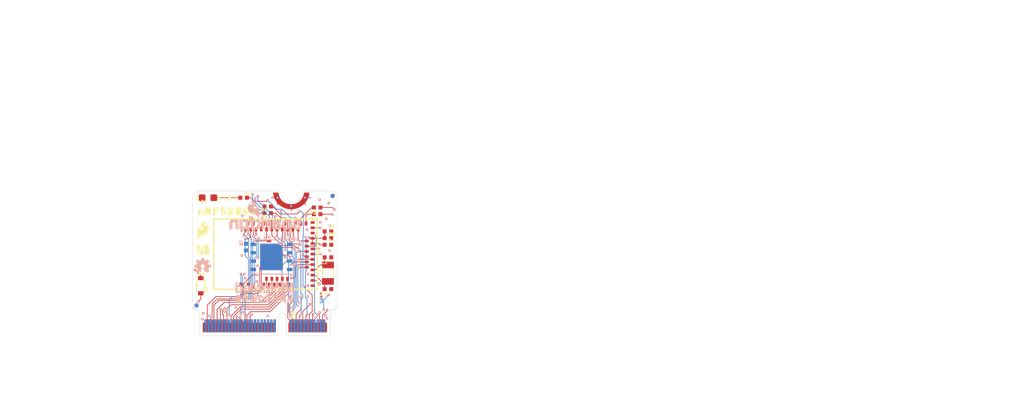
<source format=kicad_pcb>
(kicad_pcb (version 20211014) (generator pcbnew)
  (layers (0 "F.Cu" signal) (1 "In1.Cu" signal) (2 "In2.Cu" signal) (31 "B.Cu" signal) (34 "B.Paste" user) (35 "F.Paste" user) (36 "B.SilkS" user "B.Silkscreen") (37 "F.SilkS" user "F.Silkscreen") (38 "B.Mask" user) (39 "F.Mask" user) (44 "Edge.Cuts" user))
  (net 0 "")
  (net 1 "3.3V")
  (net 2 "GND")
  (net 3 "SWDIO")
  (net 4 "SWDCK")
  (net 5 "SPI_SCK")
  (net 6 "SPI_COPI")
  (net 7 "TX1")
  (net 8 "RX1")
  (net 9 "SCL")
  (net 10 "SDA")
  (net 11 "SPI_SCK1/SDIO_CLK")
  (net 12 "SPI_CIPO1/SDIO_DATA0")
  (net 13 "SPI_~{CS1}/SDIO_DATA3")
  (net 14 "LED_BUILTIN")
  (net 15 "SDIO_DATA1")
  (net 16 "SDIO_DATA2")
  (net 17 "SPI_CIPO")
  (net 18 "GPIO5")
  (net 19 "GPIO7")
  (net 20 "GPIO6")
  (net 21 "N$2")
  (net 22 "USB_D-")
  (net 23 "USB_D+")
  (net 24 "GPIO3")
  (net 25 "GPIO2")
  (net 26 "GPIO4")
  (net 27 "N$1")
  (net 28 "N$3")
  (net 29 "N$4")
  (net 30 "GPIO9/NFC1")
  (net 31 "GPIO10/NFC2")
  (net 32 "TX2")
  (net 33 "FLASH_~{CS}")
  (net 34 "~{RESET}")
  (net 35 "~{BOOT}")
  (net 36 "I2C_~{INT}")
  (net 37 "PDM_DATA")
  (net 38 "PDM_CLK")
  (net 39 "BATT_VIN/3")
  (net 40 "ADC0")
  (net 41 "ADC1")
  (net 42 "D0")
  (net 43 "D1")
  (net 44 "PWM0")
  (net 45 "PWM1")
  (net 46 "SCL1")
  (net 47 "SDA1")
  (net 48 "GPIO0")
  (net 49 "GPIO1")
  (net 50 "CTS1")
  (net 51 "RTS1")
  (net 52 "SPI_~{CS}")
  (net 53 "RX2")
  (net 54 "N$6")
  (net 55 "V_USB")
  (net 56 "SPI_COPI1/SDIO_CMD")
  (net 57 "N$5")
  (net 58 "3.3V_EN")
  (net 59 "GPIO8")
  (footprint "boardEagle:0402-TIGHT" (layer "F.Cu") (at 145.2791 95.0034)
    (fp_text reference "R1")
    (fp_text value "1k")
  )
  (footprint "boardEagle:0402-TIGHT" (layer "F.Cu") (at 148.9311 97.3514 180)
    (fp_text reference "R5")
    (fp_text value "10k")
  )
  (footprint "boardEagle:M.2-CARD-E-22" (layer "F.Cu") (at 148.5011 116.0034)
    (fp_text reference "J1" hide)
    (fp_text value "MICROMOD-2222" hide)
  )
  (footprint "boardEagle:0402-TIGHT" (layer "F.Cu") (at 156.4391 97.5094 180)
    (fp_text reference "R3")
    (fp_text value "27OHM" hide)
  )
  (footprint "boardEagle:NRF528400" (layer "F.Cu") (at 142.8351 97.0804)
    (fp_text reference "U$6" hide)
    (fp_text value "" hide)
  )
  (footprint "boardEagle:0402-TIGHT" (layer "F.Cu") (at 148.9311 96.3354 180)
    (fp_text reference "R4")
    (fp_text value "10k")
  )
  (footprint "boardEagle:CRYSTAL-SMD-3.2X1.5MM" (layer "F.Cu") (at 158.0751 106.4784 90)
    (fp_text reference "Y1")
    (fp_text value "32.768kHz")
  )
  (footprint "boardEagle:SOD-323" (layer "F.Cu") (at 138.7711 108.3834 -90)
    (fp_text reference "D2")
    (fp_text value "1A/23V/620mV")
  )
  (footprint "boardEagle:0402-TIGHT" (layer "F.Cu") (at 158.0751 104.0654 180)
    (fp_text reference "C2")
    (fp_text value "15pF")
  )
  (footprint "boardEagle:0402-TIGHT" (layer "F.Cu") (at 158.0751 102.1604)
    (fp_text reference "C4")
    (fp_text value "10uF")
  )
  (footprint "boardEagle:MICROMOD_MI_LOGO_.35" (layer "F.Cu") (at 139.0501 102.9244)
    (fp_text reference "U$1" hide)
    (fp_text value "" hide)
  )
  (footprint "boardEagle:FIDUCIAL-MICRO" (layer "F.Cu") (at 138.1201 111.3844)
    (fp_text reference "FD1" hide)
    (fp_text value "FIDUCIALUFIDUCIAL" hide)
  )
  (footprint "boardEagle:CREATIVE_COMMONS" (layer "F.Cu") (at 128.6111 124.8934)
    (fp_text reference "FRAME1" hide)
    (fp_text value "FRAME-LEDGER" hide)
  )
  (footprint "boardEagle:0402-TIGHT" (layer "F.Cu") (at 158.0751 100.1284)
    (fp_text reference "C6")
    (fp_text value "0.1uF")
  )
  (footprint "boardEagle:SFE_LOGO_FLAME_.1" (layer "F.Cu") (at 139.1001 99.9714)
    (fp_text reference "LOGO2" hide)
    (fp_text value "SFE_LOGO_FLAME.1_INCH" hide)
  )
  (footprint "boardEagle:LED-0603" (layer "F.Cu") (at 139.8661 95.0034 180)
    (fp_text reference "D1")
    (fp_text value "BLUE")
  )
  (footprint "boardEagle:MDBT50Q" (layer "F.Cu") (at 148.5011 103.5734 90)
    (fp_text reference "U2")
    (fp_text value "MDBT50Q")
  )
  (footprint "boardEagle:0402-TIGHT" (layer "F.Cu") (at 156.4391 96.4934 180)
    (fp_text reference "R2")
    (fp_text value "27OHM" hide)
  )
  (footprint "boardEagle:ORDERING_INSTRUCTIONS" (layer "F.Cu") (at 162.0411 65.2034)
    (fp_text reference "LOGO4" hide)
    (fp_text value "SPECIAL_INSTRUCTIONS-ORDERING" hide)
  )
  (footprint "boardEagle:FIDUCIAL-MICRO" (layer "F.Cu") (at 158.8011 94.7034)
    (fp_text reference "FD2" hide)
    (fp_text value "FIDUCIALUFIDUCIAL" hide)
  )
  (footprint "boardEagle:0402-TIGHT" (layer "F.Cu") (at 158.0751 108.8914 180)
    (fp_text reference "C3")
    (fp_text value "15pF")
  )
  (footprint "boardEagle:STAT0" (layer "F.Cu") (at 142.8986 95.0484)
    (fp_text reference "U$2" hide)
    (fp_text value "" hide)
  )
  (footprint "boardEagle:0402-TIGHT" (layer "F.Cu") (at 158.0751 101.1444)
    (fp_text reference "C5")
    (fp_text value "10uF")
  )
  (footprint "boardEagle:WSON-8-6X5" (layer "B.Cu") (at 149.5011 104.0034 180)
    (fp_text reference "U1")
    (fp_text value "W25QXX128MBIT-6X5")
  )
  (footprint "boardEagle:OSHW-LOGO-MINI" (layer "B.Cu") (at 139.0641 105.3974 180)
    (fp_text reference "LOGO3" hide)
    (fp_text value "OSHW-LOGOMINI" hide)
  )
  (footprint "boardEagle:SFE_LOGO_NAME_FLAME_.1" (layer "B.Cu") (at 148.5011 99.2134 180)
    (fp_text reference "LOGO1" hide)
    (fp_text value "SFE_LOGO_NAME_FLAME.1_INCH" hide)
  )
  (footprint "boardEagle:NRF528400" (layer "B.Cu") (at 148.2961 110.4154 180)
    (fp_text reference "U$3" hide)
    (fp_text value "" hide)
  )
  (footprint "boardEagle:FIDUCIAL-MICRO" (layer "B.Cu") (at 158.7551 94.7494 180)
    (fp_text reference "FD3" hide)
    (fp_text value "FIDUCIALUFIDUCIAL" hide)
  )
  (footprint "boardEagle:FIDUCIAL-MICRO" (layer "B.Cu") (at 138.1201 111.3844 180)
    (fp_text reference "FD4" hide)
    (fp_text value "FIDUCIALUFIDUCIAL" hide)
  )
  (footprint "boardEagle:0402-TIGHT" (layer "B.Cu") (at 145.6261 102.5104 -90)
    (fp_text reference "C1")
    (fp_text value "0.1uF")
  )
  (footprint "boardEagle:MICROMOD_LOGO_.35" (layer "B.Cu") (at 148.5011 108.7034 180)
    (fp_text reference "U$5" hide)
    (fp_text value "" hide)
  )
  (gr_line (start 158.4261 112.5034) (end 158.4261 116.0034) (layer "Edge.Cuts") (width 0.0508))
  (gr_arc (start 150.5261 113.1034) (mid 151.1261 112.5034) (end 151.7261 113.1034) (layer "Edge.Cuts") (width 0.0508))
  (gr_arc (start 137.5011 95.0034) (mid 137.8011 94.303401) (end 138.501099 94.003401) (layer "Edge.Cuts") (width 0.05))
  (gr_line (start 151.7261 113.1034) (end 151.7261 116.0034) (layer "Edge.Cuts") (width 0.0508))
  (gr_line (start 158.4261 116.0034) (end 151.7261 116.0034) (layer "Edge.Cuts") (width 0.0508))
  (gr_line (start 150.5261 116.0034) (end 138.5761 116.0034) (layer "Edge.Cuts") (width 0.0508))
  (gr_arc (start 159.501099 111.403401) (mid 159.320461 111.822762) (end 158.9011 112.0034) (layer "Edge.Cuts") (width 0.05))
  (gr_arc (start 138.1011 112.0034) (mid 138.434341 112.162446) (end 138.5761 112.503401) (layer "Edge.Cuts") (width 0.0508))
  (gr_arc (start 158.5011 94.0034) (mid 159.2011 94.3034) (end 159.5011 95.0034) (layer "Edge.Cuts") (width 0.05))
  (gr_arc (start 159.501099 111.403401) (mid 159.320461 111.822762) (end 158.9011 112.0034) (layer "Edge.Cuts") (width 0.05))
  (gr_line (start 154.2511 94.0034) (end 158.5011 94.0034) (layer "Edge.Cuts") (width 0.05))
  (gr_line (start 159.5011 95.0034) (end 159.5011 111.4034) (layer "Edge.Cuts") (width 0.05))
  (gr_arc (start 154.2511 94.0034) (mid 152.5011 95.7534) (end 150.7511 94.0034) (layer "Edge.Cuts") (width 0.05))
  (gr_line (start 138.5011 94.0034) (end 150.7511 94.0034) (layer "Edge.Cuts") (width 0.05))
  (gr_line (start 137.5011 111.4034) (end 137.5011 95.0034) (layer "Edge.Cuts") (width 0.05))
  (gr_line (start 150.5261 113.1034) (end 150.5261 116.0034) (layer "Edge.Cuts") (width 0.0508))
  (gr_arc (start 138.101098 112.0034) (mid 137.681737 111.822761) (end 137.5011 111.4034) (layer "Edge.Cuts") (width 0.05))
  (gr_arc (start 158.4261 112.5034) (mid 158.566444 112.161102) (end 158.9011 112.0034) (layer "Edge.Cuts") (width 0.0508))
  (gr_arc (start 138.101098 112.0034) (mid 137.681737 111.822761) (end 137.5011 111.4034) (layer "Edge.Cuts") (width 0.05))
  (gr_line (start 138.5761 116.0034) (end 138.5761 112.5034) (layer "Edge.Cuts") (width 0.0508))
  (gr_text "1" (at 156.6781 110.1614) (layer "F.Cu") (effects (font (size 0.6477 0.6477) (thickness 0.1143)) (justify left bottom)))
  (gr_text "3" (at 156.6781 111.0504) (layer "B.Cu") (effects (font (size 0.6477 0.6477) (thickness 0.1143)) (justify left bottom)))
  (segment (start 155.7511 101.1734) (end 157.5461 101.1734) (width 0.1016) (layer "F.Cu") (net 1))
  (segment (start 155.3101 101.1734) (end 155.1541 101.0174) (width 0.1016) (layer "F.Cu") (net 1))
  (segment (start 157.5751 101.1444) (end 157.5751 100.1284) (width 0.1016) (layer "F.Cu") (net 1))
  (segment (start 156.7451 101.9734) (end 156.9321 102.1604) (width 0.1016) (layer "F.Cu") (net 1))
  (segment (start 156.9321 102.1604) (end 157.5751 102.1604) (width 0.1016) (layer "F.Cu") (net 1))
  (segment (start 148.4311 96.3354) (end 148.4311 97.3514) (width 0.1016) (layer "F.Cu") (net 1))
  (segment (start 155.7511 101.9734) (end 156.7451 101.9734) (width 0.1016) (layer "F.Cu") (net 1))
  (segment (start 148.4311 97.3514) (end 146.7891 97.3514) (width 0.1016) (layer "F.Cu") (net 1))
  (segment (start 155.7511 101.1734) (end 155.3101 101.1734) (width 0.1016) (layer "F.Cu") (net 1))
  (segment (start 146.7891 97.3514) (end 146.7721 97.3344) (width 0.1016) (layer "F.Cu") (net 1))
  (segment (start 155.7511 101.9734) (end 155.7511 101.1734) (width 0.1016) (layer "F.Cu") (net 1))
  (segment (start 157.5461 101.1734) (end 157.5751 101.1444) (width 0.1016) (layer "F.Cu") (net 1))
  (segment (start 138.7711 107.2334) (end 138.7711 106.8594) (width 0.1016) (layer "F.Cu") (net 1))
  (segment (start 138.7711 106.8594) (end 137.8821 105.9704) (width 0.1016) (layer "F.Cu") (net 1))
  (via blind (at 146.7721 97.3344) (size 0.3556) (drill 0.2032) (layers "F.Cu" "In1.Cu") (net 1))
  (via blind (at 156.9321 102.1604) (size 0.3556) (drill 0.2032) (layers "F.Cu" "In1.Cu") (net 1))
  (via blind (at 144.9941 102.0334) (size 0.3556) (drill 0.2032) (layers "F.Cu" "In1.Cu") (net 1))
  (via blind (at 155.1541 101.0174) (size 0.3556) (drill 0.2032) (layers "F.Cu" "In1.Cu") (net 1))
  (via blind (at 140.0813 112.9554) (size 0.3556) (drill 0.2032) (layers "F.Cu" "In1.Cu") (net 1))
  (via blind (at 137.8821 105.9704) (size 0.3556) (drill 0.2032) (layers "F.Cu" "In1.Cu") (net 1))
  (via blind (at 152.4871 106.7324) (size 0.3556) (drill 0.2032) (layers "F.Cu" "In1.Cu") (net 2))
  (via blind (at 148.9311 112.9554) (size 0.3556) (drill 0.2032) (layers "F.Cu" "In1.Cu") (net 2))
  (via blind (at 139.0251 113.4634) (size 0.3556) (drill 0.2032) (layers "F.Cu" "In1.Cu") (net 2))
  (via blind (at 144.9941 100.0014) (size 0.3556) (drill 0.2032) (layers "F.Cu" "In1.Cu") (net 2))
  (via blind (at 157.9481 113.3364) (size 0.3556) (drill 0.2032) (layers "F.Cu" "In1.Cu") (net 2))
  (via blind (at 145.3751 98.4774) (size 0.3556) (drill 0.2032) (layers "F.Cu" "In1.Cu") (net 2))
  (via blind (at 145.1211 97.7154) (size 0.3556) (drill 0.2032) (layers "F.Cu" "In1.Cu") (net 2))
  (via blind (at 158.3291 99.2394) (size 0.3556) (drill 0.2032) (layers "F.Cu" "In1.Cu") (net 2))
  (via blind (at 149.1851 101.0174) (size 0.3556) (drill 0.2032) (layers "F.Cu" "In1.Cu") (net 2))
  (via blind (at 144.1051 111.6854) (size 0.3556) (drill 0.2032) (layers "F.Cu" "In1.Cu") (net 2))
  (via blind (at 147.2801 107.7484) (size 0.3556) (drill 0.2032) (layers "F.Cu" "In1.Cu") (net 2))
  (via blind (at 155.0271 110.0344) (size 0.3556) (drill 0.2032) (layers "F.Cu" "In1.Cu") (net 2))
  (via blind (at 157.8211 98.2234) (size 0.3556) (drill 0.2032) (layers "F.Cu" "In1.Cu") (net 2))
  (via blind (at 145.6291 108.8914) (size 0.3556) (drill 0.2032) (layers "F.Cu" "In1.Cu") (net 2))
  (via blind (at 144.9941 103.8114) (size 0.3556) (drill 0.2032) (layers "F.Cu" "In1.Cu") (net 2))
  (via blind (at 156.8051 95.3024) (size 0.3556) (drill 0.2032) (layers "F.Cu" "In1.Cu") (net 2))
  (via blind (at 156.1701 113.2094) (size 0.3556) (drill 0.2032) (layers "F.Cu" "In1.Cu") (net 2))
  (via blind (at 154.9001 99.8744) (size 0.3556) (drill 0.2032) (layers "F.Cu" "In1.Cu") (net 2))
  (via blind (at 155.0271 108.3834) (size 0.3556) (drill 0.2032) (layers "F.Cu" "In1.Cu") (net 2))
  (via blind (at 158.3291 103.0494) (size 0.3556) (drill 0.2032) (layers "F.Cu" "In1.Cu") (net 2))
  (via blind (at 155.0271 106.6054) (size 0.3556) (drill 0.2032) (layers "F.Cu" "In1.Cu") (net 2))
  (via blind (at 145.5021 107.2404) (size 0.3556) (drill 0.2032) (layers "F.Cu" "In1.Cu") (net 2))
  (via blind (at 156.9321 98.7314) (size 0.3556) (drill 0.2032) (layers "F.Cu" "In1.Cu") (net 2))
  (via blind (at 158.2021 95.8104) (size 0.3556) (drill 0.2032) (layers "F.Cu" "In1.Cu") (net 2))
  (segment (start 152.4871 109.9074) (end 151.9791 110.4154) (width 0.1016) (layer "F.Cu") (net 3))
  (segment (start 152.2331 113.5904) (end 152.2331 114.7104) (width 0.1016) (layer "F.Cu") (net 3))
  (segment (start 146.7511 100.8694) (end 146.7721 100.8904) (width 0.1016) (layer "F.Cu") (net 3))
  (segment (start 151.9791 113.3364) (end 152.2331 113.5904) (width 0.1016) (layer "F.Cu") (net 3))
  (segment (start 152.2331 114.7104) (end 152.2511 114.7284) (width 0.1016) (layer "F.Cu") (net 3))
  (segment (start 146.7511 98.9234) (end 146.7511 100.8694) (width 0.1016) (layer "F.Cu") (net 3))
  (segment (start 151.9791 110.4154) (end 151.9791 113.3364) (width 0.1016) (layer "F.Cu") (net 3))
  (via blind (at 146.7721 100.8904) (size 0.3556) (drill 0.2032) (layers "F.Cu" "In1.Cu") (net 3))
  (via blind (at 147.4071 110.0344) (size 0.3556) (drill 0.2032) (layers "F.Cu" "In1.Cu") (net 3))
  (via blind (at 152.4871 109.9074) (size 0.3556) (drill 0.2032) (layers "F.Cu" "In1.Cu") (net 3))
  (segment (start 146.9499 104.182625) (end 146.9499 109.1962) (width 0.1016) (layer "B.Cu") (net 3))
  (segment (start 147.2801 101.3984) (end 147.2801 103.852425) (width 0.1016) (layer "B.Cu") (net 3))
  (segment (start 146.7721 100.8904) (end 147.2801 101.3984) (width 0.1016) (layer "B.Cu") (net 3))
  (segment (start 147.4071 109.6534) (end 146.9499 109.1962) (width 0.1016) (layer "B.Cu") (net 3))
  (segment (start 147.2801 103.852425) (end 146.9499 104.182625) (width 0.1016) (layer "B.Cu") (net 3))
  (segment (start 147.4071 109.6534) (end 147.4071 110.0344) (width 0.1016) (layer "B.Cu") (net 3))
  (segment (start 145.9511 98.9234) (end 145.9511 100.5774) (width 0.1016) (layer "F.Cu") (net 4))
  (segment (start 152.2839 112.965175) (end 152.7511 113.432375) (width 0.1016) (layer "F.Cu") (net 4))
  (segment (start 145.9511 100.5774) (end 146.0101 100.6364) (width 0.1016) (layer "F.Cu") (net 4))
  (segment (start 152.4871 111.000625) (end 152.2839 111.203825) (width 0.1016) (layer "F.Cu") (net 4))
  (segment (start 152.2839 111.203825) (end 152.2839 112.965175) (width 0.1016) (layer "F.Cu") (net 4))
  (segment (start 152.4871 110.5424) (end 152.4871 111.000625) (width 0.1016) (layer "F.Cu") (net 4))
  (segment (start 152.7511 113.432375) (end 152.7511 114.7284) (width 0.1016) (layer "F.Cu") (net 4))
  (via blind (at 152.4871 110.5424) (size 0.3556) (drill 0.2032) (layers "F.Cu" "In1.Cu") (net 4))
  (via blind (at 146.0101 100.6364) (size 0.3556) (drill 0.2032) (layers "F.Cu" "In1.Cu") (net 4))
  (via blind (at 147.0515 110.4154) (size 0.3556) (drill 0.2032) (layers "F.Cu" "In1.Cu") (net 4))
  (segment (start 146.4165 101.0428) (end 146.4165 109.9074) (width 0.1016) (layer "B.Cu") (net 4))
  (segment (start 146.9245 110.4154) (end 147.0515 110.4154) (width 0.1016) (layer "B.Cu") (net 4))
  (segment (start 146.9245 110.4154) (end 146.4165 109.9074) (width 0.1016) (layer "B.Cu") (net 4))
  (segment (start 146.0101 100.6364) (end 146.4165 101.0428) (width 0.1016) (layer "B.Cu") (net 4))
  (segment (start 151.9035 109.194107) (end 151.9035 107.371) (width 0.1016) (layer "F.Cu") (net 5))
  (segment (start 143.7511 113.0554) (end 144.8671 111.9394) (width 0.1016) (layer "F.Cu") (net 5))
  (segment (start 144.8671 111.9394) (end 149.158206 111.9394) (width 0.1016) (layer "F.Cu") (net 5))
  (segment (start 151.9035 107.371) (end 151.9511 107.3234) (width 0.1016) (layer "F.Cu") (net 5))
  (segment (start 149.158206 111.9394) (end 151.9035 109.194107) (width 0.1016) (layer "F.Cu") (net 5))
  (segment (start 143.7511 114.7284) (end 143.7511 113.0554) (width 0.1016) (layer "F.Cu") (net 5))
  (segment (start 143.2511 114.7284) (end 143.3431 114.6364) (width 0.1016) (layer "F.Cu") (net 6))
  (segment (start 151.5511 109.132138) (end 149.074037 111.6092) (width 0.1016) (layer "F.Cu") (net 6))
  (segment (start 143.3431 113.0062) (end 143.3431 114.6364) (width 0.1016) (layer "F.Cu") (net 6))
  (segment (start 151.5511 108.2234) (end 151.5511 109.132138) (width 0.1016) (layer "F.Cu") (net 6))
  (segment (start 149.074037 111.6092) (end 144.7401 111.6092) (width 0.1016) (layer "F.Cu") (net 6))
  (segment (start 144.7401 111.6092) (end 143.3431 113.0062) (width 0.1016) (layer "F.Cu") (net 6))
  (segment (start 152.898475 102.2464) (end 149.2781 102.2464) (width 0.1016) (layer "F.Cu") (net 7))
  (segment (start 153.4941 102.604532) (end 153.256606 102.604532) (width 0.1016) (layer "F.Cu") (net 7))
  (segment (start 149.2781 102.2464) (end 149.1511 102.3734) (width 0.1016) (layer "F.Cu") (net 7))
  (segment (start 153.7511 113.0356) (end 153.7511 114.7284) (width 0.1016) (layer "F.Cu") (net 7))
  (segment (start 153.8313 112.9554) (end 153.7511 113.0356) (width 0.1016) (layer "F.Cu") (net 7))
  (segment (start 153.256606 102.604532) (end 152.898475 102.2464) (width 0.1016) (layer "F.Cu") (net 7))
  (via blind (at 153.4941 102.604532) (size 0.3556) (drill 0.2032) (layers "F.Cu" "In1.Cu") (net 7))
  (via blind (at 153.8313 112.9554) (size 0.3556) (drill 0.2032) (layers "F.Cu" "In1.Cu") (net 7))
  (segment (start 154.2651 109.7804) (end 153.9603 109.4756) (width 0.1016) (layer "B.Cu") (net 7))
  (segment (start 154.2651 110.1614) (end 154.2651 109.7804) (width 0.1016) (layer "B.Cu") (net 7))
  (segment (start 153.900784 103.011216) (end 153.4941 102.604532) (width 0.1016) (layer "B.Cu") (net 7))
  (segment (start 154.0111 104.2432) (end 153.900784 104.132885) (width 0.1016) (layer "B.Cu") (net 7))
  (segment (start 153.900784 104.132885) (end 153.900784 103.011216) (width 0.1016) (layer "B.Cu") (net 7))
  (segment (start 153.9603 105.776975) (end 154.0111 105.726175) (width 0.1016) (layer "B.Cu") (net 7))
  (segment (start 154.0111 112.7756) (end 153.8313 112.9554) (width 0.1016) (layer "B.Cu") (net 7))
  (segment (start 154.0111 110.4154) (end 154.0111 112.7756) (width 0.1016) (layer "B.Cu") (net 7))
  (segment (start 154.0111 110.4154) (end 154.2651 110.1614) (width 0.1016) (layer "B.Cu") (net 7))
  (segment (start 153.9603 109.4756) (end 153.9603 105.776975) (width 0.1016) (layer "B.Cu") (net 7))
  (segment (start 154.0111 105.726175) (end 154.0111 104.2432) (width 0.1016) (layer "B.Cu") (net 7))
  (segment (start 146.7511 108.7434) (end 146.7511 108.2234) (width 0.1016) (layer "F.Cu") (net 8))
  (segment (start 153.2511 112.6964) (end 153.2511 114.7284) (width 0.1016) (layer "F.Cu") (net 8))
  (segment (start 153.88989 110.040191) (end 154.01689 110.167191) (width 0.1016) (layer "F.Cu") (net 8))
  (segment (start 146.8991 108.8914) (end 146.7511 108.7434) (width 0.1016) (layer "F.Cu") (net 8))
  (segment (start 147.2801 108.8914) (end 146.8991 108.8914) (width 0.1016) (layer "F.Cu") (net 8))
  (segment (start 154.01689 111.93061) (end 153.2511 112.6964) (width 0.1016) (layer "F.Cu") (net 8))
  (segment (start 154.01689 110.167191) (end 154.01689 111.93061) (width 0.1016) (layer "F.Cu") (net 8))
  (via blind (at 153.88989 110.040191) (size 0.3556) (drill 0.2032) (layers "F.Cu" "In1.Cu") (net 8))
  (via blind (at 147.2801 108.8914) (size 0.3556) (drill 0.2032) (layers "F.Cu" "In1.Cu") (net 8))
  (segment (start 156.373231 102.3734) (end 154.8511 102.3734) (width 0.1016) (layer "F.Cu") (net 9))
  (via blind (at 156.373231 102.3734) (size 0.3556) (drill 0.2032) (layers "F.Cu" "In1.Cu") (net 9))
  (segment (start 155.7511 103.5734) (end 156.9161 103.5734) (width 0.1016) (layer "F.Cu") (net 10))
  (segment (start 156.9161 103.5734) (end 156.9321 103.5574) (width 0.1016) (layer "F.Cu") (net 10))
  (via blind (at 156.9321 103.5574) (size 0.3556) (drill 0.2032) (layers "F.Cu" "In1.Cu") (net 10))
  (segment (start 151.0901 101.1444) (end 151.1511 101.0834) (width 0.1016) (layer "F.Cu") (net 11))
  (segment (start 151.1511 99.8234) (end 151.1511 101.0834) (width 0.1016) (layer "F.Cu") (net 11))
  (via blind (at 143.0813 112.801025) (size 0.3556) (drill 0.2032) (layers "F.Cu" "In1.Cu") (net 11))
  (via blind (at 147.4071 104.1924) (size 0.3556) (drill 0.2032) (layers "F.Cu" "In1.Cu") (net 11))
  (via blind (at 151.0901 101.1444) (size 0.3556) (drill 0.2032) (layers "F.Cu" "In1.Cu") (net 11))
  (via blind (at 147.5341 101.1444) (size 0.3556) (drill 0.2032) (layers "F.Cu" "In1.Cu") (net 11))
  (via blind (at 144.8671 106.6054) (size 0.3556) (drill 0.2032) (layers "F.Cu" "In1.Cu") (net 11))
  (segment (start 143.0813 110.5502) (end 143.5971 110.0344) (width 0.1016) (layer "B.Cu") (net 11))
  (segment (start 144.8671 109.7804) (end 144.8671 106.6054) (width 0.1016) (layer "B.Cu") (net 11))
  (segment (start 147.5341 101.1444) (end 147.5341 104.0654) (width 0.1016) (layer "B.Cu") (net 11))
  (segment (start 143.5971 110.0344) (end 144.6131 110.0344) (width 0.1016) (layer "B.Cu") (net 11))
  (segment (start 143.0813 112.801025) (end 143.0813 110.5502) (width 0.1016) (layer "B.Cu") (net 11))
  (segment (start 147.5341 104.0654) (end 147.4071 104.1924) (width 0.1016) (layer "B.Cu") (net 11))
  (segment (start 144.6131 110.0344) (end 144.8671 109.7804) (width 0.1016) (layer "B.Cu") (net 11))
  (segment (start 150.3511 100.839435) (end 150.3511 99.8234) (width 0.1016) (layer "F.Cu") (net 12))
  (segment (start 150.3281 100.839435) (end 150.3511 100.839435) (width 0.1016) (layer "F.Cu") (net 12))
  (segment (start 150.4551 99.7194) (end 150.3511 99.8234) (width 0.1016) (layer "F.Cu") (net 12))
  (segment (start 150.4551 98.8584) (end 150.4551 99.7194) (width 0.1016) (layer "F.Cu") (net 12))
  (via blind (at 150.4551 98.8584) (size 0.3556) (drill 0.2032) (layers "F.Cu" "In1.Cu") (net 12))
  (via blind (at 150.9631 97.0804) (size 0.3556) (drill 0.2032) (layers "F.Cu" "In1.Cu") (net 12))
  (via blind (at 151.5981 102.9224) (size 0.3556) (drill 0.2032) (layers "F.Cu" "In1.Cu") (net 12))
  (via blind (at 150.3281 100.839435) (size 0.3556) (drill 0.2032) (layers "F.Cu" "In1.Cu") (net 12))
  (segment (start 151.226875 101.5762) (end 151.0139 101.5762) (width 0.1016) (layer "B.Cu") (net 12))
  (segment (start 151.5981 101.947425) (end 151.226875 101.5762) (width 0.1016) (layer "B.Cu") (net 12))
  (segment (start 150.3281 100.8904) (end 150.3281 100.839435) (width 0.1016) (layer "B.Cu") (net 12))
  (segment (start 151.5981 102.9224) (end 151.5981 101.947425) (width 0.1016) (layer "B.Cu") (net 12))
  (segment (start 150.9631 98.3504) (end 150.4551 98.8584) (width 0.1016) (layer "B.Cu") (net 12))
  (segment (start 150.9631 97.0804) (end 150.9631 98.3504) (width 0.1016) (layer "B.Cu") (net 12))
  (segment (start 151.0139 101.5762) (end 150.3281 100.8904) (width 0.1016) (layer "B.Cu") (net 12))
  (segment (start 148.7511 100.9942) (end 148.6009 101.1444) (width 0.1016) (layer "F.Cu") (net 13))
  (segment (start 148.7511 99.8234) (end 148.7279 99.8002) (width 0.1016) (layer "F.Cu") (net 13))
  (segment (start 148.7511 99.8234) (end 148.7511 100.9942) (width 0.1016) (layer "F.Cu") (net 13))
  (segment (start 148.7279 99.8002) (end 148.7279 98.3504) (width 0.1016) (layer "F.Cu") (net 13))
  (via blind (at 148.7279 98.3504) (size 0.3556) (drill 0.2032) (layers "F.Cu" "In1.Cu") (net 13))
  (via blind (at 148.6009 101.1444) (size 0.3556) (drill 0.2032) (layers "F.Cu" "In1.Cu") (net 13))
  (via blind (at 146.6451 94.4642) (size 0.3556) (drill 0.2032) (layers "F.Cu" "In1.Cu") (net 13))
  (segment (start 146.6451 95.7596) (end 146.6451 94.4642) (width 0.1016) (layer "B.Cu") (net 13))
  (segment (start 148.7279 98.3504) (end 148.7279 97.8424) (width 0.1016) (layer "B.Cu") (net 13))
  (segment (start 148.7279 97.8424) (end 146.6451 95.7596) (width 0.1016) (layer "B.Cu") (net 13))
  (segment (start 148.7533 95.5564) (end 148.9311 95.3786) (width 0.1016) (layer "F.Cu") (net 14))
  (segment (start 153.1221 98.0964) (end 153.1511 98.1254) (width 0.1016) (layer "F.Cu") (net 14))
  (segment (start 145.7791 95.0034) (end 146.3461 95.0034) (width 0.1016) (layer "F.Cu") (net 14))
  (segment (start 146.8991 95.5564) (end 148.7533 95.5564) (width 0.1016) (layer "F.Cu") (net 14))
  (segment (start 153.1511 98.1254) (end 153.1511 98.9234) (width 0.1016) (layer "F.Cu") (net 14))
  (segment (start 146.3461 95.0034) (end 146.8991 95.5564) (width 0.1016) (layer "F.Cu") (net 14))
  (via blind (at 153.1221 98.0964) (size 0.3556) (drill 0.2032) (layers "F.Cu" "In1.Cu") (net 14))
  (via blind (at 148.9311 95.3786) (size 0.3556) (drill 0.2032) (layers "F.Cu" "In1.Cu") (net 14))
  (segment (start 151.099875 96.7502) (end 152.446075 98.0964) (width 0.1016) (layer "B.Cu") (net 14))
  (segment (start 152.446075 98.0964) (end 153.1221 98.0964) (width 0.1016) (layer "B.Cu") (net 14))
  (segment (start 150.3027 96.7502) (end 151.099875 96.7502) (width 0.1016) (layer "B.Cu") (net 14))
  (segment (start 148.9311 95.3786) (end 150.3027 96.7502) (width 0.1016) (layer "B.Cu") (net 14))
  (segment (start 149.1511 98.9234) (end 149.1511 98.2574) (width 0.1016) (layer "F.Cu") (net 15))
  (segment (start 149.1511 98.2574) (end 149.1851 98.2234) (width 0.1016) (layer "F.Cu") (net 15))
  (via blind (at 149.1851 98.2234) (size 0.3556) (drill 0.2032) (layers "F.Cu" "In1.Cu") (net 15))
  (via blind (at 147.0261 95.1246) (size 0.3556) (drill 0.2032) (layers "F.Cu" "In1.Cu") (net 15))
  (segment (start 149.1851 98.2234) (end 149.1851 97.8424) (width 0.1016) (layer "B.Cu") (net 15))
  (segment (start 147.0261 95.6834) (end 147.0261 95.1246) (width 0.1016) (layer "B.Cu") (net 15))
  (segment (start 149.1851 97.8424) (end 147.0261 95.6834) (width 0.1016) (layer "B.Cu") (net 15))
  (segment (start 149.5511 100.697269) (end 149.5511 99.8234) (width 0.1016) (layer "F.Cu") (net 16))
  (segment (start 149.5511 98.3146) (end 149.6423 98.2234) (width 0.1016) (layer "F.Cu") (net 16))
  (segment (start 149.5511 100.697269) (end 150.760231 101.9064) (width 0.1016) (layer "F.Cu") (net 16))
  (segment (start 149.5511 99.8234) (end 149.5511 98.3146) (width 0.1016) (layer "F.Cu") (net 16))
  (segment (start 150.760231 101.9064) (end 151.0901 101.9064) (width 0.1016) (layer "F.Cu") (net 16))
  (via blind (at 147.43829 94.76321) (size 0.3556) (drill 0.2032) (layers "F.Cu" "In1.Cu") (net 16))
  (via blind (at 149.6423 98.2234) (size 0.3556) (drill 0.2032) (layers "F.Cu" "In1.Cu") (net 16))
  (via blind (at 151.0901 101.9064) (size 0.3556) (drill 0.2032) (layers "F.Cu" "In1.Cu") (net 16))
  (via blind (at 151.5981 104.0654) (size 0.3556) (drill 0.2032) (layers "F.Cu" "In1.Cu") (net 16))
  (segment (start 147.43829 95.460591) (end 147.43829 94.76321) (width 0.1016) (layer "B.Cu") (net 16))
  (segment (start 149.6423 98.2234) (end 149.6423 97.6646) (width 0.1016) (layer "B.Cu") (net 16))
  (segment (start 149.6423 97.6646) (end 147.43829 95.460591) (width 0.1016) (layer "B.Cu") (net 16))
  (segment (start 151.0901 101.9064) (end 151.0901 103.5574) (width 0.1016) (layer "B.Cu") (net 16))
  (segment (start 151.5981 104.0654) (end 151.0901 103.5574) (width 0.1016) (layer "B.Cu") (net 16))
  (segment (start 142.7511 114.7284) (end 142.7511 111.8964) (width 0.1016) (layer "F.Cu") (net 17))
  (segment (start 151.1035 109.165369) (end 151.1035 107.371) (width 0.1016) (layer "F.Cu") (net 17))
  (segment (start 142.7511 111.8964) (end 143.3685 111.279) (width 0.1016) (layer "F.Cu") (net 17))
  (segment (start 148.989868 111.279) (end 151.1035 109.165369) (width 0.1016) (layer "F.Cu") (net 17))
  (segment (start 143.3685 111.279) (end 148.989868 111.279) (width 0.1016) (layer "F.Cu") (net 17))
  (segment (start 151.1035 107.371) (end 151.1511 107.3234) (width 0.1016) (layer "F.Cu") (net 17))
  (segment (start 145.2481 109.3994) (end 145.2481 108.083875) (width 0.1016) (layer "F.Cu") (net 18))
  (segment (start 141.0571 110.0344) (end 144.6131 110.0344) (width 0.1016) (layer "F.Cu") (net 18))
  (segment (start 139.7511 114.7284) (end 139.7511 111.3404) (width 0.1016) (layer "F.Cu") (net 18))
  (segment (start 146.599575 106.7324) (end 147.3944 106.7324) (width 0.1016) (layer "F.Cu") (net 18))
  (segment (start 151.5511 98.9234) (end 151.5511 101.3514) (width 0.1016) (layer "F.Cu") (net 18))
  (segment (start 139.7511 111.3404) (end 141.0571 110.0344) (width 0.1016) (layer "F.Cu") (net 18))
  (segment (start 144.6131 110.0344) (end 145.2481 109.3994) (width 0.1016) (layer "F.Cu") (net 18))
  (segment (start 145.2481 108.083875) (end 146.599575 106.7324) (width 0.1016) (layer "F.Cu") (net 18))
  (segment (start 151.60389 101.404191) (end 151.5511 101.3514) (width 0.1016) (layer "F.Cu") (net 18))
  (via blind (at 151.60389 101.404191) (size 0.3556) (drill 0.2032) (layers "F.Cu" "In1.Cu") (net 18))
  (via blind (at 147.3944 106.7324) (size 0.3556) (drill 0.2032) (layers "F.Cu" "In1.Cu") (net 18))
  (via blind (at 151.0901 106.7324) (size 0.3556) (drill 0.2032) (layers "F.Cu" "In1.Cu") (net 18))
  (segment (start 151.9283 101.7286) (end 151.60389 101.404191) (width 0.1016) (layer "B.Cu") (net 18))
  (segment (start 151.9283 104.4972) (end 151.9283 101.7286) (width 0.1016) (layer "B.Cu") (net 18))
  (segment (start 151.0901 105.3354) (end 151.9283 104.4972) (width 0.1016) (layer "B.Cu") (net 18))
  (segment (start 151.0901 106.7324) (end 151.0901 105.3354) (width 0.1016) (layer "B.Cu") (net 18))
  (segment (start 140.7511 111.3564) (end 141.4889 110.6186) (width 0.1016) (layer "F.Cu") (net 19))
  (segment (start 147.448437 109.5518) (end 147.9786 109.021638) (width 0.1016) (layer "F.Cu") (net 19))
  (segment (start 144.633768 110.6186) (end 145.700568 109.5518) (width 0.1016) (layer "F.Cu") (net 19))
  (segment (start 148.3121 105.5734) (end 149.1511 105.5734) (width 0.1016) (layer "F.Cu") (net 19))
  (segment (start 148.3121 105.5734) (end 147.9786 105.9069) (width 0.1016) (layer "F.Cu") (net 19))
  (segment (start 147.9786 105.9069) (end 147.9786 109.021638) (width 0.1016) (layer "F.Cu") (net 19))
  (segment (start 140.7511 114.7284) (end 140.7511 111.3564) (width 0.1016) (layer "F.Cu") (net 19))
  (segment (start 145.700568 109.5518) (end 147.448437 109.5518) (width 0.1016) (layer "F.Cu") (net 19))
  (segment (start 141.4889 110.6186) (end 144.633768 110.6186) (width 0.1016) (layer "F.Cu") (net 19))
  (segment (start 148.6041 104.7734) (end 147.7246 105.6529) (width 0.1016) (layer "F.Cu") (net 20))
  (segment (start 140.5051 111.0944) (end 141.2095 110.39) (width 0.1016) (layer "F.Cu") (net 20))
  (segment (start 140.2511 114.7284) (end 140.2511 113.3314) (width 0.1016) (layer "F.Cu") (net 20))
  (segment (start 140.5051 111.0944) (end 140.5051 113.0774) (width 0.1016) (layer "F.Cu") (net 20))
  (segment (start 147.491268 109.2216) (end 145.713268 109.2216) (width 0.1016) (layer "F.Cu") (net 20))
  (segment (start 147.7246 105.6529) (end 147.7246 108.988269) (width 0.1016) (layer "F.Cu") (net 20))
  (segment (start 141.2095 110.39) (end 144.544868 110.39) (width 0.1016) (layer "F.Cu") (net 20))
  (segment (start 147.7246 108.988269) (end 147.491268 109.2216) (width 0.1016) (layer "F.Cu") (net 20))
  (segment (start 140.5051 113.0774) (end 140.2511 113.3314) (width 0.1016) (layer "F.Cu") (net 20))
  (segment (start 145.713268 109.2216) (end 144.544868 110.39) (width 0.1016) (layer "F.Cu") (net 20))
  (segment (start 148.6041 104.7734) (end 149.1511 104.7734) (width 0.1016) (layer "F.Cu") (net 20))
  (segment (start 140.7431 95.0034) (end 144.7791 95.0034) (width 0.1016) (layer "F.Cu") (net 21))
  (segment (start 158.7609 97.5884) (end 158.6819 97.5094) (width 0.1016) (layer "F.Cu") (net 22))
  (segment (start 158.6819 97.5094) (end 156.9391 97.5094) (width 0.1016) (layer "F.Cu") (net 22))
  (segment (start 156.8051 114.6744) (end 156.7511 114.7284) (width 0.1016) (layer "F.Cu") (net 22))
  (segment (start 156.8051 112.4474) (end 156.8051 114.6744) (width 0.1016) (layer "F.Cu") (net 22))
  (via blind (at 156.8051 112.4474) (size 0.3556) (drill 0.2032) (layers "F.Cu" "In1.Cu") (net 22))
  (via blind (at 158.7609 97.5884) (size 0.3556) (drill 0.2032) (layers "F.Cu" "In1.Cu") (net 22))
  (segment (start 157.2511 112.8904) (end 157.2511 114.7284) (width 0.1016) (layer "F.Cu") (net 23))
  (segment (start 157.9481 112.0664) (end 157.9481 112.1934) (width 0.1016) (layer "F.Cu") (net 23))
  (segment (start 158.7581 96.4934) (end 156.9391 96.4934) (width 0.1016) (layer "F.Cu") (net 23))
  (segment (start 159.0911 96.8264) (end 158.7581 96.4934) (width 0.1016) (layer "F.Cu") (net 23))
  (segment (start 157.9481 112.1934) (end 157.2511 112.8904) (width 0.1016) (layer "F.Cu") (net 23))
  (via blind (at 159.0911 96.8264) (size 0.3556) (drill 0.2032) (layers "F.Cu" "In1.Cu") (net 23))
  (via blind (at 157.9481 112.0664) (size 0.3556) (drill 0.2032) (layers "F.Cu" "In1.Cu") (net 23))
  (segment (start 148.7511 107.3234) (end 148.7511 108.845532) (width 0.1016) (layer "F.Cu") (net 24))
  (via blind (at 148.7511 108.845532) (size 0.3556) (drill 0.2032) (layers "F.Cu" "In1.Cu") (net 24))
  (segment (start 149.1511 109.2026) (end 149.0813 109.2724) (width 0.1016) (layer "F.Cu") (net 25))
  (segment (start 149.1511 108.2234) (end 149.1511 109.2026) (width 0.1016) (layer "F.Cu") (net 25))
  (via blind (at 149.0813 109.2724) (size 0.3556) (drill 0.2032) (layers "F.Cu" "In1.Cu") (net 25))
  (segment (start 148.3511 109.0904) (end 148.2961 109.1454) (width 0.1016) (layer "F.Cu") (net 26))
  (segment (start 148.3511 108.2234) (end 148.3511 109.0904) (width 0.1016) (layer "F.Cu") (net 26))
  (via blind (at 148.2961 109.1454) (size 0.3556) (drill 0.2032) (layers "F.Cu" "In1.Cu") (net 26))
  (segment (start 153.9511 98.1564) (end 153.9511 98.9234) (width 0.1016) (layer "F.Cu") (net 27))
  (segment (start 155.6141 96.4934) (end 153.9511 98.1564) (width 0.1016) (layer "F.Cu") (net 27))
  (segment (start 155.9391 96.4934) (end 155.6141 96.4934) (width 0.1016) (layer "F.Cu") (net 27))
  (segment (start 155.9391 97.5094) (end 154.9791 97.5094) (width 0.1016) (layer "F.Cu") (net 28))
  (segment (start 154.7511 97.7374) (end 154.7511 98.9234) (width 0.1016) (layer "F.Cu") (net 28))
  (segment (start 154.9791 97.5094) (end 154.7511 97.7374) (width 0.1016) (layer "F.Cu") (net 28))
  (segment (start 157.1071 107.7484) (end 158.0551 107.7484) (width 0.1016) (layer "F.Cu") (net 29))
  (segment (start 157.5751 108.2284) (end 157.5751 108.8914) (width 0.1016) (layer "F.Cu") (net 29))
  (segment (start 155.7511 106.7734) (end 156.1321 106.7734) (width 0.1016) (layer "F.Cu") (net 29))
  (segment (start 158.0751 107.7284) (end 157.5751 108.2284) (width 0.1016) (layer "F.Cu") (net 29))
  (segment (start 158.0551 107.7484) (end 158.0751 107.7284) (width 0.1016) (layer "F.Cu") (net 29))
  (segment (start 157.1071 107.7484) (end 156.1321 106.7734) (width 0.1016) (layer "F.Cu") (net 29))
  (segment (start 141.7511 114.7284) (end 141.7511 112.0074) (width 0.1016) (layer "F.Cu") (net 30))
  (segment (start 141.7511 112.0074) (end 141.8191 111.9394) (width 0.1016) (layer "F.Cu") (net 30))
  (segment (start 146.3511 100.9304) (end 146.0101 101.2714) (width 0.1016) (layer "F.Cu") (net 30))
  (segment (start 146.3511 99.8234) (end 146.3511 100.9304) (width 0.1016) (layer "F.Cu") (net 30))
  (segment (start 146.0101 101.2714) (end 145.5021 101.2714) (width 0.1016) (layer "F.Cu") (net 30))
  (via blind (at 141.8191 111.9394) (size 0.3556) (drill 0.2032) (layers "F.Cu" "In1.Cu") (net 30))
  (via blind (at 145.5021 101.2714) (size 0.3556) (drill 0.2032) (layers "F.Cu" "In1.Cu") (net 30))
  (via blind (at 145.8831 110.5424) (size 0.3556) (drill 0.2032) (layers "F.Cu" "In1.Cu") (net 30))
  (segment (start 145.5021 103.8114) (end 146.0101 104.3194) (width 0.1016) (layer "B.Cu") (net 30))
  (segment (start 145.5021 101.2714) (end 145.5021 103.8114) (width 0.1016) (layer "B.Cu") (net 30))
  (segment (start 146.0101 104.3194) (end 146.0101 110.4154) (width 0.1016) (layer "B.Cu") (net 30))
  (segment (start 145.8831 110.5424) (end 146.0101 110.4154) (width 0.1016) (layer "B.Cu") (net 30))
  (segment (start 142.2511 114.7284) (end 142.2511 112.8794) (width 0.1016) (layer "F.Cu") (net 31))
  (segment (start 142.0731 112.7014) (end 142.0731 112.1602) (width 0.1016) (layer "F.Cu") (net 31))
  (segment (start 145.5511 100.247425) (end 145.332112 100.466413) (width 0.1016) (layer "F.Cu") (net 31))
  (segment (start 145.5511 99.8234) (end 145.5511 100.247425) (width 0.1016) (layer "F.Cu") (net 31))
  (segment (start 142.2511 112.8794) (end 142.0731 112.7014) (width 0.1016) (layer "F.Cu") (net 31))
  (segment (start 142.0731 112.1602) (end 142.4209 111.8124) (width 0.1016) (layer "F.Cu") (net 31))
  (segment (start 145.332112 100.466413) (end 145.332112 100.720413) (width 0.1016) (layer "F.Cu") (net 31))
  (via blind (at 146.5943 110.552175) (size 0.3556) (drill 0.2032) (layers "F.Cu" "In1.Cu") (net 31))
  (via blind (at 145.332112 100.720413) (size 0.3556) (drill 0.2032) (layers "F.Cu" "In1.Cu") (net 31))
  (via blind (at 142.4209 111.8124) (size 0.3556) (drill 0.2032) (layers "F.Cu" "In1.Cu") (net 31))
  (segment (start 146.0101 101.2714) (end 146.0101 103.905032) (width 0.1016) (layer "B.Cu") (net 31))
  (segment (start 145.332112 100.720413) (end 145.459112 100.720413) (width 0.1016) (layer "B.Cu") (net 31))
  (segment (start 146.350075 110.552175) (end 146.2133 110.4154) (width 0.1016) (layer "B.Cu") (net 31))
  (segment (start 146.0101 103.905032) (end 146.2133 104.108232) (width 0.1016) (layer "B.Cu") (net 31))
  (segment (start 146.5943 110.552175) (end 146.350075 110.552175) (width 0.1016) (layer "B.Cu") (net 31))
  (segment (start 146.2133 104.108232) (end 146.2133 110.4154) (width 0.1016) (layer "B.Cu") (net 31))
  (segment (start 146.0101 101.2714) (end 145.459112 100.720413) (width 0.1016) (layer "B.Cu") (net 31))
  (segment (start 150.1671 103.7194) (end 149.9131 103.9734) (width 0.1016) (layer "F.Cu") (net 32))
  (segment (start 152.0141 103.7194) (end 150.1671 103.7194) (width 0.1016) (layer "F.Cu") (net 32))
  (segment (start 152.3601 104.0654) (end 152.0141 103.7194) (width 0.1016) (layer "F.Cu") (net 32))
  (segment (start 149.1511 103.9734) (end 149.9131 103.9734) (width 0.1016) (layer "F.Cu") (net 32))
  (via blind (at 152.3601 104.0654) (size 0.3556) (drill 0.2032) (layers "F.Cu" "In1.Cu") (net 32))
  (via blind (at 152.6141 112.8284) (size 0.3556) (drill 0.2032) (layers "F.Cu" "In1.Cu") (net 32))
  (segment (start 152.3601 104.4464) (end 152.1061 104.7004) (width 0.1016) (layer "B.Cu") (net 32))
  (segment (start 152.1061 104.7004) (end 152.1061 112.3204) (width 0.1016) (layer "B.Cu") (net 32))
  (segment (start 152.3601 104.0654) (end 152.3601 104.4464) (width 0.1016) (layer "B.Cu") (net 32))
  (segment (start 152.1061 112.3204) (end 152.6141 112.8284) (width 0.1016) (layer "B.Cu") (net 32))
  (segment (start 153.9631 101.5734) (end 154.8511 101.5734) (width 0.1016) (layer "F.Cu") (net 33))
  (segment (start 153.8841 101.6524) (end 153.9631 101.5734) (width 0.1016) (layer "F.Cu") (net 33))
  (via blind (at 153.8841 101.6524) (size 0.3556) (drill 0.2032) (layers "F.Cu" "In1.Cu") (net 33))
  (segment (start 151.9511 99.8234) (end 151.9511 100.6592) (width 0.1016) (layer "F.Cu") (net 34))
  (segment (start 151.9511 98.4494) (end 151.5981 98.0964) (width 0.1016) (layer "F.Cu") (net 34))
  (segment (start 151.9511 98.4494) (end 151.9511 99.8234) (width 0.1016) (layer "F.Cu") (net 34))
  (segment (start 150.1931 97.3514) (end 149.4311 97.3514) (width 0.1016) (layer "F.Cu") (net 34))
  (segment (start 151.5981 98.0964) (end 150.9381 98.0964) (width 0.1016) (layer "F.Cu") (net 34))
  (segment (start 151.9511 100.6592) (end 151.9791 100.6872) (width 0.1016) (layer "F.Cu") (net 34))
  (segment (start 150.9381 98.0964) (end 150.1931 97.3514) (width 0.1016) (layer "F.Cu") (net 34))
  (via blind (at 151.9791 100.6872) (size 0.3556) (drill 0.2032) (layers "F.Cu" "In1.Cu") (net 34))
  (via blind (at 156.4749 112.8284) (size 0.3556) (drill 0.2032) (layers "F.Cu" "In1.Cu") (net 34))
  (via blind (at 156.2971 100.7634) (size 0.3556) (drill 0.2032) (layers "F.Cu" "In1.Cu") (net 34))
  (segment (start 156.043031 112.396532) (end 156.4749 112.8284) (width 0.1016) (layer "B.Cu") (net 34))
  (segment (start 156.043031 102.236625) (end 156.043031 112.396532) (width 0.1016) (layer "B.Cu") (net 34))
  (segment (start 156.2971 101.982557) (end 156.043031 102.236625) (width 0.1016) (layer "B.Cu") (net 34))
  (segment (start 156.2971 100.7634) (end 156.2971 101.982557) (width 0.1016) (layer "B.Cu") (net 34))
  (segment (start 154.8511 103.9734) (end 154.5717 103.9734) (width 0.1016) (layer "F.Cu") (net 35))
  (segment (start 155.6875 112.295) (end 155.2511 112.7314) (width 0.1016) (layer "F.Cu") (net 35))
  (segment (start 150.8236 97.4739) (end 149.6851 96.3354) (width 0.1016) (layer "F.Cu") (net 35))
  (segment (start 154.349112 108.467413) (end 155.6875 109.8058) (width 0.1016) (layer "F.Cu") (net 35))
  (segment (start 153.3636 97.4739) (end 153.7571 97.0804) (width 0.1016) (layer "F.Cu") (net 35))
  (segment (start 149.4311 96.3354) (end 149.6851 96.3354) (width 0.1016) (layer "F.Cu") (net 35))
  (segment (start 150.8236 97.4739) (end 153.3636 97.4739) (width 0.1016) (layer "F.Cu") (net 35))
  (segment (start 155.2511 112.7314) (end 155.2511 114.7284) (width 0.1016) (layer "F.Cu") (net 35))
  (segment (start 155.6875 109.8058) (end 155.6875 112.295) (width 0.1016) (layer "F.Cu") (net 35))
  (segment (start 154.5717 103.9734) (end 154.2827 103.6844) (width 0.1016) (layer "F.Cu") (net 35))
  (via blind (at 154.2827 103.6844) (size 0.3556) (drill 0.2032) (layers "F.Cu" "In1.Cu") (net 35))
  (via blind (at 153.7571 97.0804) (size 0.3556) (drill 0.2032) (layers "F.Cu" "In1.Cu") (net 35))
  (via blind (at 154.349112 108.467413) (size 0.3556) (drill 0.2032) (layers "F.Cu" "In1.Cu") (net 35))
  (segment (start 154.2827 100.865) (end 154.2827 103.6844) (width 0.1016) (layer "B.Cu") (net 35))
  (segment (start 154.3413 97.4106) (end 154.3413 100.8064) (width 0.1016) (layer "B.Cu") (net 35))
  (segment (start 154.2827 103.6844) (end 154.2827 108.401) (width 0.1016) (layer "B.Cu") (net 35))
  (segment (start 154.2827 100.865) (end 154.3413 100.8064) (width 0.1016) (layer "B.Cu") (net 35))
  (segment (start 154.0111 97.0804) (end 154.3413 97.4106) (width 0.1016) (layer "B.Cu") (net 35))
  (segment (start 153.7571 97.0804) (end 154.0111 97.0804) (width 0.1016) (layer "B.Cu") (net 35))
  (segment (start 154.2827 108.401) (end 154.349112 108.467413) (width 0.1016) (layer "B.Cu") (net 35))
  (segment (start 153.7571 102.0334) (end 152.6141 102.0334) (width 0.1016) (layer "F.Cu") (net 36))
  (segment (start 152.6141 102.0334) (end 152.2331 101.6524) (width 0.1016) (layer "F.Cu") (net 36))
  (segment (start 152.3601 101.027175) (end 152.3601 98.9324) (width 0.1016) (layer "F.Cu") (net 36))
  (segment (start 152.3601 98.9324) (end 152.3511 98.9234) (width 0.1016) (layer "F.Cu") (net 36))
  (segment (start 153.8841 102.1604) (end 153.7571 102.0334) (width 0.1016) (layer "F.Cu") (net 36))
  (segment (start 152.2331 101.6524) (end 152.2331 101.154175) (width 0.1016) (layer "F.Cu") (net 36))
  (segment (start 152.2331 101.154175) (end 152.3601 101.027175) (width 0.1016) (layer "F.Cu") (net 36))
  (via blind (at 153.8841 102.1604) (size 0.3556) (drill 0.2032) (layers "F.Cu" "In1.Cu") (net 36))
  (segment (start 153.6809 105.5894) (end 154.8351 105.5894) (width 0.1016) (layer "F.Cu") (net 37))
  (segment (start 154.8351 105.5894) (end 154.8511 105.5734) (width 0.1016) (layer "F.Cu") (net 37))
  (via blind (at 153.6809 105.5894) (size 0.3556) (drill 0.2032) (layers "F.Cu" "In1.Cu") (net 37))
  (via blind (at 145.164087 112.363388) (size 0.3556) (drill 0.2032) (layers "F.Cu" "In1.Cu") (net 37))
  (via blind (at 153.6301 110.9234) (size 0.3556) (drill 0.2032) (layers "F.Cu" "In1.Cu") (net 37))
  (segment (start 153.6301 110.9234) (end 153.5031 110.7964) (width 0.1016) (layer "B.Cu") (net 37))
  (segment (start 153.5031 105.6402) (end 153.5031 110.7964) (width 0.1016) (layer "B.Cu") (net 37))
  (segment (start 153.5539 105.5894) (end 153.6809 105.5894) (width 0.1016) (layer "B.Cu") (net 37))
  (segment (start 153.5539 105.5894) (end 153.5031 105.6402) (width 0.1016) (layer "B.Cu") (net 37))
  (segment (start 147.9511 99.8234) (end 147.9511 99.2754) (width 0.1016) (layer "F.Cu") (net 38))
  (segment (start 147.9511 99.2754) (end 147.7881 99.1124) (width 0.1016) (layer "F.Cu") (net 38))
  (via blind (at 147.7881 99.1124) (size 0.3556) (drill 0.2032) (layers "F.Cu" "In1.Cu") (net 38))
  (segment (start 149.3121 112.3204) (end 152.3511 109.2814) (width 0.1016) (layer "F.Cu") (net 39))
  (segment (start 146.350075 112.3204) (end 149.3121 112.3204) (width 0.1016) (layer "F.Cu") (net 39))
  (segment (start 145.7511 112.919375) (end 146.350075 112.3204) (width 0.1016) (layer "F.Cu") (net 39))
  (segment (start 152.3511 108.2234) (end 152.3511 109.2814) (width 0.1016) (layer "F.Cu") (net 39))
  (segment (start 145.7511 114.7284) (end 145.7511 112.919375) (width 0.1016) (layer "F.Cu") (net 39))
  (segment (start 153.5381 105.1734) (end 153.1221 105.5894) (width 0.1016) (layer "F.Cu") (net 40))
  (segment (start 153.1221 106.9864) (end 152.8681 107.2404) (width 0.1016) (layer "F.Cu") (net 40))
  (segment (start 153.1221 105.5894) (end 153.1221 106.9864) (width 0.1016) (layer "F.Cu") (net 40))
  (segment (start 155.7511 105.1734) (end 153.5381 105.1734) (width 0.1016) (layer "F.Cu") (net 40))
  (segment (start 152.8681 107.2404) (end 152.4871 107.2404) (width 0.1016) (layer "F.Cu") (net 40))
  (via blind (at 152.4871 107.2404) (size 0.3556) (drill 0.2032) (layers "F.Cu" "In1.Cu") (net 40))
  (segment (start 154.8511 104.7734) (end 152.9221 104.7734) (width 0.1016) (layer "F.Cu") (net 41))
  (segment (start 152.9221 104.7734) (end 152.4871 105.2084) (width 0.1016) (layer "F.Cu") (net 41))
  (via blind (at 152.4871 105.2084) (size 0.3556) (drill 0.2032) (layers "F.Cu" "In1.Cu") (net 41))
  (segment (start 156.2491 107.5734) (end 156.8051 108.1294) (width 0.1016) (layer "F.Cu") (net 42))
  (segment (start 155.7511 107.5734) (end 156.2491 107.5734) (width 0.1016) (layer "F.Cu") (net 42))
  (via blind (at 156.8051 108.1294) (size 0.3556) (drill 0.2032) (layers "F.Cu" "In1.Cu") (net 42))
  (segment (start 153.5061 103.1734) (end 153.5031 103.1764) (width 0.1016) (layer "F.Cu") (net 43))
  (segment (start 154.8511 103.1734) (end 153.5061 103.1734) (width 0.1016) (layer "F.Cu") (net 43))
  (via blind (at 153.4523 111.4314) (size 0.3556) (drill 0.2032) (layers "F.Cu" "In1.Cu") (net 43))
  (via blind (at 153.5031 103.1764) (size 0.3556) (drill 0.2032) (layers "F.Cu" "In1.Cu") (net 43))
  (segment (start 153.5031 103.1764) (end 153.2745 103.405) (width 0.1016) (layer "B.Cu") (net 43))
  (segment (start 153.2745 111.2536) (end 153.4523 111.4314) (width 0.1016) (layer "B.Cu") (net 43))
  (segment (start 153.2745 103.405) (end 153.2745 111.2536) (width 0.1016) (layer "B.Cu") (net 43))
  (segment (start 153.6301 104.4432) (end 153.6999 104.3734) (width 0.1016) (layer "F.Cu") (net 44))
  (segment (start 153.6999 104.3734) (end 155.7511 104.3734) (width 0.1016) (layer "F.Cu") (net 44))
  (via blind (at 153.6301 104.4432) (size 0.3556) (drill 0.2032) (layers "F.Cu" "In1.Cu") (net 44))
  (segment (start 152.7511 99.8234) (end 152.7511 100.2044) (width 0.1016) (layer "F.Cu") (net 45))
  (segment (start 152.8781 100.3314) (end 152.8781 101.2614) (width 0.1016) (layer "F.Cu") (net 45))
  (segment (start 146.2511 112.976057) (end 146.496528 112.730629) (width 0.1016) (layer "F.Cu") (net 45))
  (segment (start 152.8781 100.3314) (end 152.7511 100.2044) (width 0.1016) (layer "F.Cu") (net 45))
  (segment (start 152.8781 101.2614) (end 152.6141 101.5254) (width 0.1016) (layer "F.Cu") (net 45))
  (segment (start 146.2511 114.7284) (end 146.2511 112.976057) (width 0.1016) (layer "F.Cu") (net 45))
  (via blind (at 146.496528 112.730629) (size 0.3556) (drill 0.2032) (layers "F.Cu" "In1.Cu") (net 45))
  (via blind (at 152.6141 101.5254) (size 0.3556) (drill 0.2032) (layers "F.Cu" "In1.Cu") (net 45))
  (via blind (at 152.6503 111.6854) (size 0.3556) (drill 0.2032) (layers "F.Cu" "In1.Cu") (net 45))
  (segment (start 152.8681 104.106425) (end 152.8681 111.4676) (width 0.1016) (layer "B.Cu") (net 45))
  (segment (start 152.6141 101.5254) (end 152.6141 103.852425) (width 0.1016) (layer "B.Cu") (net 45))
  (segment (start 152.8681 111.4676) (end 152.6503 111.6854) (width 0.1016) (layer "B.Cu") (net 45))
  (segment (start 152.6141 103.852425) (end 152.8681 104.106425) (width 0.1016) (layer "B.Cu") (net 45))
  (segment (start 148.3511 98.9234) (end 148.3511 98.3038) (width 0.1016) (layer "F.Cu") (net 46))
  (segment (start 148.3511 98.3038) (end 148.2707 98.2234) (width 0.1016) (layer "F.Cu") (net 46))
  (segment (start 144.7511 114.7284) (end 144.7511 113.2204) (width 0.1016) (layer "F.Cu") (net 46))
  (segment (start 144.7511 113.2204) (end 144.7401 113.2094) (width 0.1016) (layer "F.Cu") (net 46))
  (via blind (at 148.2707 98.2234) (size 0.3556) (drill 0.2032) (layers "F.Cu" "In1.Cu") (net 46))
  (via blind (at 144.7401 113.2094) (size 0.3556) (drill 0.2032) (layers "F.Cu" "In1.Cu") (net 46))
  (segment (start 145.5021 112.7014) (end 145.5021 113.5904) (width 0.1016) (layer "F.Cu") (net 47))
  (segment (start 145.5021 113.5904) (end 145.2511 113.8414) (width 0.1016) (layer "F.Cu") (net 47))
  (segment (start 146.8511 101.5734) (end 146.8991 101.5254) (width 0.1016) (layer "F.Cu") (net 47))
  (segment (start 145.2511 113.8414) (end 145.2511 114.7284) (width 0.1016) (layer "F.Cu") (net 47))
  (segment (start 149.1511 101.5734) (end 146.8511 101.5734) (width 0.1016) (layer "F.Cu") (net 47))
  (via blind (at 146.8991 109.9074) (size 0.3556) (drill 0.2032) (layers "F.Cu" "In1.Cu") (net 47))
  (via blind (at 145.530021 110.189322) (size 0.3556) (drill 0.2032) (layers "F.Cu" "In1.Cu") (net 47))
  (via blind (at 146.8991 101.5254) (size 0.3556) (drill 0.2032) (layers "F.Cu" "In1.Cu") (net 47))
  (via blind (at 145.5021 112.7014) (size 0.3556) (drill 0.2032) (layers "F.Cu" "In1.Cu") (net 47))
  (segment (start 146.6451 109.6534) (end 146.8991 109.9074) (width 0.1016) (layer "B.Cu") (net 47))
  (segment (start 146.6451 101.7794) (end 146.6451 109.6534) (width 0.1016) (layer "B.Cu") (net 47))
  (segment (start 145.5021 110.217244) (end 145.5021 112.7014) (width 0.1016) (layer "B.Cu") (net 47))
  (segment (start 145.530021 110.189322) (end 145.5021 110.217244) (width 0.1016) (layer "B.Cu") (net 47))
  (segment (start 146.8991 101.5254) (end 146.6451 101.7794) (width 0.1016) (layer "B.Cu") (net 47))
  (segment (start 150.7511 108.2234) (end 150.7511 108.9764) (width 0.1016) (layer "F.Cu") (net 48))
  (segment (start 150.7511 108.9764) (end 148.9311 110.7964) (width 0.1016) (layer "F.Cu") (net 48))
  (via blind (at 148.9311 110.7964) (size 0.3556) (drill 0.2032) (layers "F.Cu" "In1.Cu") (net 48))
  (segment (start 150.3511 108.8684) (end 148.4231 110.7964) (width 0.1016) (layer "F.Cu") (net 49))
  (segment (start 150.3511 107.3234) (end 150.3511 108.8684) (width 0.1016) (layer "F.Cu") (net 49))
  (via blind (at 148.4231 110.7964) (size 0.3556) (drill 0.2032) (layers "F.Cu" "In1.Cu") (net 49))
  (segment (start 155.7511 102.7734) (end 156.6561 102.7734) (width 0.1016) (layer "F.Cu") (net 50))
  (segment (start 154.2511 112.2836) (end 155.3573 111.1774) (width 0.1016) (layer "F.Cu") (net 50))
  (segment (start 156.6561 102.7734) (end 156.6781 102.7954) (width 0.1016) (layer "F.Cu") (net 50))
  (segment (start 154.2511 114.7284) (end 154.2511 112.2836) (width 0.1016) (layer "F.Cu") (net 50))
  (via blind (at 156.6781 102.7954) (size 0.3556) (drill 0.2032) (layers "F.Cu" "In1.Cu") (net 50))
  (via blind (at 155.3573 111.1774) (size 0.3556) (drill 0.2032) (layers "F.Cu" "In1.Cu") (net 50))
  (segment (start 147.1511 100.622819) (end 147.1511 99.8234) (width 0.1016) (layer "F.Cu") (net 51))
  (segment (start 154.7511 114.7284) (end 154.7511 112.9774) (width 0.1016) (layer "F.Cu") (net 51))
  (segment (start 147.15889 100.63061) (end 147.1511 100.622819) (width 0.1016) (layer "F.Cu") (net 51))
  (segment (start 154.7511 112.9774) (end 154.9001 112.8284) (width 0.1016) (layer "F.Cu") (net 51))
  (via blind (at 147.15889 100.63061) (size 0.3556) (drill 0.2032) (layers "F.Cu" "In1.Cu") (net 51))
  (via blind (at 154.9001 112.8284) (size 0.3556) (drill 0.2032) (layers "F.Cu" "In1.Cu") (net 51))
  (via blind (at 154.6461 101.0174) (size 0.3556) (drill 0.2032) (layers "F.Cu" "In1.Cu") (net 51))
  (segment (start 154.6461 106.3514) (end 154.7731 106.2244) (width 0.1016) (layer "B.Cu") (net 51))
  (segment (start 154.6461 108.297425) (end 154.6461 106.3514) (width 0.1016) (layer "B.Cu") (net 51))
  (segment (start 154.6461 110.1614) (end 154.6461 108.6374) (width 0.1016) (layer "B.Cu") (net 51))
  (segment (start 154.9001 110.4154) (end 154.9001 112.8284) (width 0.1016) (layer "B.Cu") (net 51))
  (segment (start 154.679312 108.604188) (end 154.679312 108.330638) (width 0.1016) (layer "B.Cu") (net 51))
  (segment (start 154.7731 101.1444) (end 154.7731 106.2244) (width 0.1016) (layer "B.Cu") (net 51))
  (segment (start 154.6461 108.6374) (end 154.679312 108.604188) (width 0.1016) (layer "B.Cu") (net 51))
  (segment (start 154.9001 110.4154) (end 154.6461 110.1614) (width 0.1016) (layer "B.Cu") (net 51))
  (segment (start 154.679312 108.330638) (end 154.6461 108.297425) (width 0.1016) (layer "B.Cu") (net 51))
  (segment (start 154.6461 101.0174) (end 154.7731 101.1444) (width 0.1016) (layer "B.Cu") (net 51))
  (segment (start 144.2511 113.1014) (end 144.2321 113.0824) (width 0.1016) (layer "F.Cu") (net 52))
  (segment (start 150.113031 97.7916) (end 149.986031 97.9186) (width 0.1016) (layer "F.Cu") (net 52))
  (segment (start 144.2511 114.7284) (end 144.2511 113.1014) (width 0.1016) (layer "F.Cu") (net 52))
  (segment (start 149.9511 98.5424) (end 149.9511 98.9234) (width 0.1016) (layer "F.Cu") (net 52))
  (segment (start 149.986031 97.9186) (end 149.986031 98.507469) (width 0.1016) (layer "F.Cu") (net 52))
  (segment (start 149.986031 98.507469) (end 149.9511 98.5424) (width 0.1016) (layer "F.Cu") (net 52))
  (via blind (at 144.2321 113.0824) (size 0.3556) (drill 0.2032) (layers "F.Cu" "In1.Cu") (net 52))
  (via blind (at 150.113031 97.7916) (size 0.3556) (drill 0.2032) (layers "F.Cu" "In1.Cu") (net 52))
  (segment (start 149.1511 103.1734) (end 150.5705 103.1734) (width 0.1016) (layer "F.Cu") (net 53))
  (segment (start 152.7265 102.5414) (end 152.9805 102.7954) (width 0.1016) (layer "F.Cu") (net 53))
  (segment (start 152.7265 102.5414) (end 151.2025 102.5414) (width 0.1016) (layer "F.Cu") (net 53))
  (segment (start 151.2025 102.5414) (end 150.5705 103.1734) (width 0.1016) (layer "F.Cu") (net 53))
  (via blind (at 152.7411 112.3204) (size 0.3556) (drill 0.2032) (layers "F.Cu" "In1.Cu") (net 53))
  (via blind (at 152.9805 102.7954) (size 0.3556) (drill 0.2032) (layers "F.Cu" "In1.Cu") (net 53))
  (segment (start 153.0713 111.7362) (end 152.7411 112.0664) (width 0.1016) (layer "B.Cu") (net 53))
  (segment (start 152.7411 112.0664) (end 152.7411 112.3204) (width 0.1016) (layer "B.Cu") (net 53))
  (segment (start 152.9805 102.7954) (end 153.0713 102.8862) (width 0.1016) (layer "B.Cu") (net 53))
  (segment (start 153.0713 102.8862) (end 153.0713 111.7362) (width 0.1016) (layer "B.Cu") (net 53))
  (segment (start 158.0551 105.2084) (end 158.0751 105.2284) (width 0.1016) (layer "F.Cu") (net 54))
  (segment (start 156.9321 105.2084) (end 158.0551 105.2084) (width 0.1016) (layer "F.Cu") (net 54))
  (segment (start 155.7511 105.9734) (end 156.1671 105.9734) (width 0.1016) (layer "F.Cu") (net 54))
  (segment (start 157.5751 104.7284) (end 157.5751 104.0654) (width 0.1016) (layer "F.Cu") (net 54))
  (segment (start 158.0751 105.2284) (end 157.5751 104.7284) (width 0.1016) (layer "F.Cu") (net 54))
  (segment (start 156.1671 105.9734) (end 156.9321 105.2084) (width 0.1016) (layer "F.Cu") (net 54))
  (segment (start 155.7511 114.7284) (end 155.7511 112.7816) (width 0.1016) (layer "F.Cu") (net 55))
  (segment (start 155.7511 112.7816) (end 155.8313 112.7014) (width 0.1016) (layer "F.Cu") (net 55))
  (segment (start 156.8851 99.5734) (end 156.9321 99.6204) (width 0.1016) (layer "F.Cu") (net 55))
  (segment (start 155.7511 99.5734) (end 156.8851 99.5734) (width 0.1016) (layer "F.Cu") (net 55))
  (via blind (at 155.8313 112.7014) (size 0.3556) (drill 0.2032) (layers "F.Cu" "In1.Cu") (net 55))
  (via blind (at 156.9321 99.6204) (size 0.3556) (drill 0.2032) (layers "F.Cu" "In1.Cu") (net 55))
  (segment (start 153.5511 101.338819) (end 153.5511 99.8234) (width 0.1016) (layer "F.Cu") (net 56))
  (segment (start 153.497309 101.39261) (end 153.5511 101.338819) (width 0.1016) (layer "F.Cu") (net 56))
  (via blind (at 142.4209 112.3204) (size 0.3556) (drill 0.2032) (layers "F.Cu" "In1.Cu") (net 56))
  (via blind (at 145.3751 106.6054) (size 0.3556) (drill 0.2032) (layers "F.Cu" "In1.Cu") (net 56))
  (via blind (at 147.3944 105.3354) (size 0.3556) (drill 0.2032) (layers "F.Cu" "In1.Cu") (net 56))
  (via blind (at 144.833887 112.7014) (size 0.3556) (drill 0.2032) (layers "F.Cu" "In1.Cu") (net 56))
  (via blind (at 153.497309 101.39261) (size 0.3556) (drill 0.2032) (layers "F.Cu" "In1.Cu") (net 56))
  (segment (start 145.3751 106.6054) (end 145.1211 106.8594) (width 0.1016) (layer "B.Cu") (net 56))
  (segment (start 144.833887 111.718613) (end 144.833887 112.7014) (width 0.1016) (layer "B.Cu") (net 56))
  (segment (start 145.1211 111.4314) (end 144.833887 111.718613) (width 0.1016) (layer "B.Cu") (net 56))
  (segment (start 145.1211 106.8594) (end 145.1211 111.4314) (width 0.1016) (layer "B.Cu") (net 56))
  (segment (start 138.3901 110.7964) (end 138.7711 110.4154) (width 0.1016) (layer "F.Cu") (net 57))
  (segment (start 138.7711 110.4154) (end 138.7711 109.5334) (width 0.1016) (layer "F.Cu") (net 57))
  (via blind (at 157.673587 112.934888) (size 0.3556) (drill 0.2032) (layers "F.Cu" "In1.Cu") (net 57))
  (via blind (at 138.3901 110.7964) (size 0.3556) (drill 0.2032) (layers "F.Cu" "In1.Cu") (net 57))
  (via blind (at 139.1521 112.5744) (size 0.3556) (drill 0.2032) (layers "F.Cu" "In1.Cu") (net 57))
  (segment (start 149.9511 108.7314) (end 149.9511 108.2234) (width 0.1016) (layer "F.Cu") (net 58))
  (segment (start 149.9511 108.7314) (end 149.8963 108.7862) (width 0.1016) (layer "F.Cu") (net 58))
  (segment (start 149.8963 108.856225) (end 149.8963 108.7862) (width 0.1016) (layer "F.Cu") (net 58))
  (via blind (at 149.8963 108.856225) (size 0.3556) (drill 0.2032) (layers "F.Cu" "In1.Cu") (net 58))
  (via blind (at 158.2021 109.7804) (size 0.3556) (drill 0.2032) (layers "F.Cu" "In1.Cu") (net 58))
  (via blind (at 157.434309 112.06061) (size 0.3556) (drill 0.2032) (layers "F.Cu" "In1.Cu") (net 58))
  (segment (start 157.434309 110.548191) (end 157.434309 112.06061) (width 0.1016) (layer "B.Cu") (net 58))
  (segment (start 157.434309 110.548191) (end 158.2021 109.7804) (width 0.1016) (layer "B.Cu") (net 58))
  (segment (start 149.5661 109.2724) (end 149.5661 107.3384) (width 0.1016) (layer "F.Cu") (net 59))
  (segment (start 147.829125 110.9234) (end 149.048325 109.7042) (width 0.1016) (layer "F.Cu") (net 59))
  (segment (start 149.5661 107.3384) (end 149.5511 107.3234) (width 0.1016) (layer "F.Cu") (net 59))
  (segment (start 141.2511 111.9994) (end 142.3271 110.9234) (width 0.1016) (layer "F.Cu") (net 59))
  (segment (start 142.3271 110.9234) (end 147.829125 110.9234) (width 0.1016) (layer "F.Cu") (net 59))
  (segment (start 141.2511 114.7284) (end 141.2511 111.9994) (width 0.1016) (layer "F.Cu") (net 59))
  (segment (start 149.048325 109.7042) (end 149.1343 109.7042) (width 0.1016) (layer "F.Cu") (net 59))
  (segment (start 149.1343 109.7042) (end 149.5661 109.2724) (width 0.1016) (layer "F.Cu") (net 59))
)
</source>
